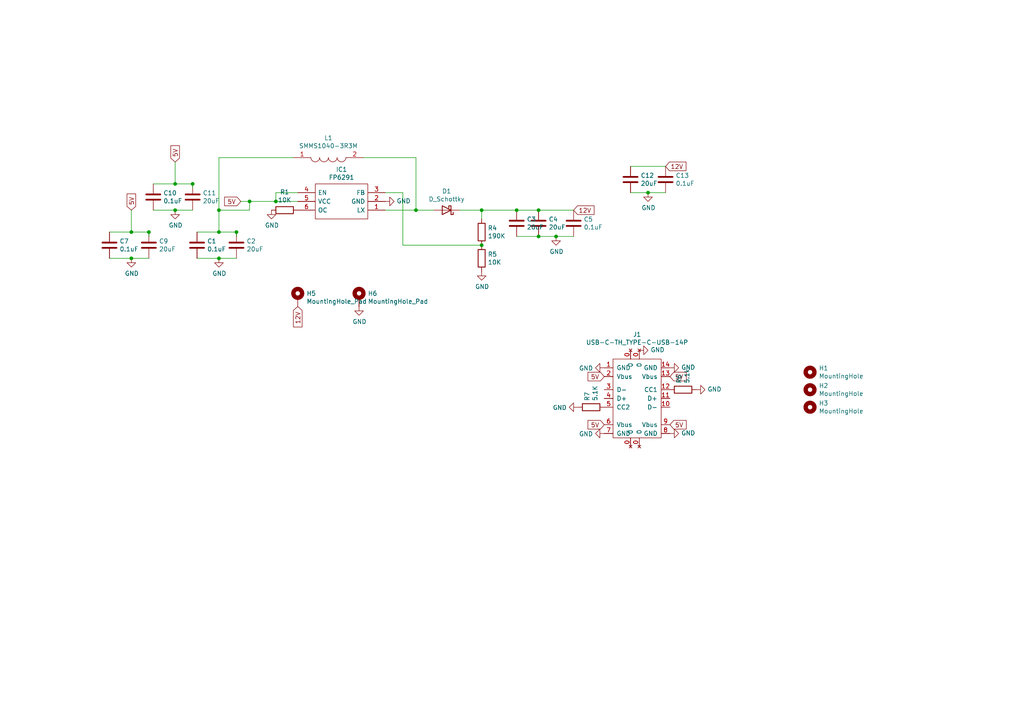
<source format=kicad_sch>
(kicad_sch (version 20211123) (generator eeschema)
  (paper "A4")
  (lib_symbols
    (symbol "Device:C" (pin_numbers hide) (pin_names (offset 0.254))
      (property "Reference" "C" (at 0.635 2.54 0))
      (property "Value" "C" (at 0.635 -2.54 0))
      (symbol "C_0_1"
        (polyline (pts (xy -2.032 -0.762) (xy 2.032 -0.762)) (stroke (width 0.508)))
        (polyline (pts (xy -2.032 0.762) (xy 2.032 0.762)) (stroke (width 0.508)))
      )
      (symbol "C_1_1"
        (pin passive line (at 0 3.81 270) (length 2.794) (name "~") (number "1"))
        (pin passive line (at 0 -3.81 90) (length 2.794) (name "~") (number "2"))
      )
    )
    (symbol "Device:D_Schottky" (pin_numbers hide) (pin_names (offset 1.016) hide)
      (property "Reference" "D" (at 0 2.54 0))
      (property "Value" "D_Schottky" (at 0 -2.54 0))
      (symbol "D_Schottky_0_1"
        (polyline (pts (xy 1.27 0) (xy -1.27 0)))
        (polyline (pts (xy 1.27 1.27) (xy 1.27 -1.27) (xy -1.27 0) (xy 1.27 1.27)) (stroke (width 0.254)))
        (polyline (pts (xy -1.905 0.635) (xy -1.905 1.27) (xy -1.27 1.27) (xy -1.27 -1.27) (xy -0.635 -1.27) (xy -0.635 -0.635)) (stroke (width 0.254)))
      )
      (symbol "D_Schottky_1_1"
        (pin passive line (at -3.81 0 0) (length 2.54) (name "K") (number "1"))
        (pin passive line (at 3.81 0 180) (length 2.54) (name "A") (number "2"))
      )
    )
    (symbol "Device:R" (pin_numbers hide) (pin_names (offset 0))
      (property "Reference" "R" (at 2.032 0 90))
      (property "Value" "R" (at 0 0 90))
      (symbol "R_0_1"
        (rectangle (start -1.016 -2.54) (end 1.016 2.54) (stroke (width 0.254)))
      )
      (symbol "R_1_1"
        (pin passive line (at 0 3.81 270) (length 1.27) (name "~") (number "1"))
        (pin passive line (at 0 -3.81 90) (length 1.27) (name "~") (number "2"))
      )
    )
    (symbol "Mechanical:MountingHole" (pin_names (offset 1.016))
      (property "Reference" "H" (at 0 5.08 0))
      (property "Value" "MountingHole" (at 0 3.175 0))
      (symbol "MountingHole_0_1"
        (circle (center 0 0) (radius 1.27) (stroke (width 1.27)))
      )
    )
    (symbol "Mechanical:MountingHole_Pad" (pin_numbers hide) (pin_names (offset 1.016) hide)
      (property "Reference" "H" (at 0 6.35 0))
      (property "Value" "MountingHole_Pad" (at 0 4.445 0))
      (symbol "MountingHole_Pad_0_1"
        (circle (center 0 1.27) (radius 1.27) (stroke (width 1.27)))
      )
      (symbol "MountingHole_Pad_1_1"
        (pin input line (at 0 -2.54 90) (length 2.54) (name "1") (number "1"))
      )
    )
    (symbol "Pump-PCB-rescue:FP6291-SamacSys_Parts" (pin_names (offset 0.762))
      (property "Reference" "IC" (at 21.59 7.62 0))
      (property "Value" "FP6291-SamacSys_Parts" (at 21.59 5.08 0))
      (symbol "FP6291-SamacSys_Parts_0_0"
        (pin passive line (at 0 0 0) (length 5.08) (name "LX") (number "1"))
        (pin passive line (at 0 -2.54 0) (length 5.08) (name "GND") (number "2"))
        (pin passive line (at 0 -5.08 0) (length 5.08) (name "FB") (number "3"))
        (pin passive line (at 25.4 -5.08 180) (length 5.08) (name "EN") (number "4"))
        (pin passive line (at 25.4 -2.54 180) (length 5.08) (name "VCC") (number "5"))
        (pin passive line (at 25.4 0 180) (length 5.08) (name "OC") (number "6"))
      )
      (symbol "FP6291-SamacSys_Parts_0_1"
        (polyline (pts (xy 5.08 2.54) (xy 20.32 2.54) (xy 20.32 -7.62) (xy 5.08 -7.62) (xy 5.08 2.54)) (stroke (width 0.1524)))
      )
    )
    (symbol "Pump-PCB-rescue:SMMS1040-3R3M-SamacSys_Parts" (pin_names (offset 0.762))
      (property "Reference" "L" (at 16.51 6.35 0))
      (property "Value" "SMMS1040-3R3M-SamacSys_Parts" (at 16.51 3.81 0))
      (symbol "SMMS1040-3R3M-SamacSys_Parts_0_0"
        (pin passive line (at 0 0 0) (length 5.08) (name "~") (number "1"))
        (pin passive line (at 20.32 0 180) (length 5.08) (name "~") (number "2"))
      )
      (symbol "SMMS1040-3R3M-SamacSys_Parts_0_1"
        (arc (start 5.08 0) (mid 6.35 -1.3218) (end 7.62 0) (stroke (width 0.1524)))
        (arc (start 7.62 0) (mid 8.89 -1.3218) (end 10.16 0) (stroke (width 0.1524)))
        (arc (start 10.16 0) (mid 11.43 -1.3218) (end 12.7 0) (stroke (width 0.1524)))
        (arc (start 12.7 0) (mid 13.97 -1.3218) (end 15.24 0) (stroke (width 0.1524)))
      )
    )
    (symbol "SamacSys_Parts.lib:USB-C-TH_TYPE-C-USB-14P" (pin_names (offset 1.016))
      (property "Reference" "J" (at 0 0 0))
      (property "Value" "USB-C-TH_TYPE-C-USB-14P" (at 0 0 0))
      (symbol "USB-C-TH_TYPE-C-USB-14P_0_1"
        (rectangle (start -3.81 -2.54) (end 10.16 -25.4))
      )
      (symbol "USB-C-TH_TYPE-C-USB-14P_1_1"
        (pin no_connect line (at 1.27 -27.94 90) (length 2.54) (name "0") (number "0"))
        (pin no_connect line (at 1.27 0 270) (length 2.54) (name "0") (number "0"))
        (pin no_connect line (at 3.81 -27.94 90) (length 2.54) (name "0") (number "0"))
        (pin no_connect line (at 3.81 0 270) (length 2.54) (name "0") (number "0"))
        (pin power_out line (at -6.35 -5.08 0) (length 2.54) (name "GND") (number "1"))
        (pin bidirectional line (at 12.7 -16.51 180) (length 2.54) (name "D-") (number "10"))
        (pin bidirectional line (at 12.7 -13.97 180) (length 2.54) (name "D+") (number "11"))
        (pin bidirectional line (at 12.7 -11.43 180) (length 2.54) (name "CC1") (number "12"))
        (pin power_out line (at 12.7 -7.62 180) (length 2.54) (name "Vbus") (number "13"))
        (pin power_out line (at 12.7 -5.08 180) (length 2.54) (name "GND") (number "14"))
        (pin power_out line (at -6.35 -7.62 0) (length 2.54) (name "Vbus") (number "2"))
        (pin bidirectional line (at -6.35 -11.43 0) (length 2.54) (name "D-") (number "3"))
        (pin bidirectional line (at -6.35 -13.97 0) (length 2.54) (name "D+") (number "4"))
        (pin bidirectional line (at -6.35 -16.51 0) (length 2.54) (name "CC2") (number "5"))
        (pin power_out line (at -6.35 -21.59 0) (length 2.54) (name "Vbus") (number "6"))
        (pin power_out line (at -6.35 -24.13 0) (length 2.54) (name "GND") (number "7"))
        (pin power_out line (at 12.7 -24.13 180) (length 2.54) (name "GND") (number "8"))
        (pin power_out line (at 12.7 -21.59 180) (length 2.54) (name "Vbus") (number "9"))
      )
    )
    (symbol "power:GND" (power) (pin_names (offset 0))
      (property "Value" "GND" (at 0 -3.81 0))
      (symbol "GND_0_1"
        (polyline (pts (xy 0 0) (xy 0 -1.27) (xy 1.27 -1.27) (xy 0 -2.54) (xy -1.27 -1.27) (xy 0 -1.27)))
      )
      (symbol "GND_1_1"
        (pin power_in line (at 0 0 270) (length 0) hide (name "GND") (number "1"))
      )
    )
  )
  (junction (at 63.5 74.93))
  (junction (at 63.5 67.31))
  (junction (at 156.21 60.96))
  (junction (at 68.58 67.31))
  (junction (at 50.8 53.34))
  (junction (at 50.8 60.96))
  (junction (at 120.65 60.96))
  (junction (at 187.96 55.88))
  (junction (at 161.29 68.58))
  (junction (at 72.39 58.42))
  (junction (at 55.88 53.34))
  (junction (at 63.5 60.96))
  (junction (at 80.01 58.42))
  (junction (at 38.1 67.31))
  (junction (at 149.86 60.96))
  (junction (at 156.21 68.58))
  (junction (at 139.7 60.96))
  (junction (at 43.18 67.31))
  (junction (at 38.1 74.93))
  (junction (at 139.7 71.12))
  (wire (pts (xy 55.88 54.61) (xy 55.88 53.34)))
  (wire (pts (xy 38.1 60.96) (xy 38.1 67.31)))
  (wire (pts (xy 116.84 55.88) (xy 111.76 55.88)))
  (wire (pts (xy 149.86 68.58) (xy 156.21 68.58)))
  (wire (pts (xy 139.7 71.12) (xy 116.84 71.12)))
  (wire (pts (xy 38.1 67.31) (xy 43.18 67.31)))
  (wire (pts (xy 50.8 60.96) (xy 44.45 60.96)))
  (wire (pts (xy 63.5 60.96) (xy 72.39 60.96)))
  (wire (pts (xy 57.15 67.31) (xy 63.5 67.31)))
  (wire (pts (xy 50.8 46.99) (xy 50.8 53.34)))
  (wire (pts (xy 72.39 58.42) (xy 69.85 58.42)))
  (wire (pts (xy 139.7 60.96) (xy 133.35 60.96)))
  (wire (pts (xy 43.18 74.93) (xy 38.1 74.93)))
  (wire (pts (xy 139.7 60.96) (xy 149.86 60.96)))
  (wire (pts (xy 139.7 63.5) (xy 139.7 60.96)))
  (wire (pts (xy 120.65 45.72) (xy 120.65 60.96)))
  (wire (pts (xy 55.88 60.96) (xy 50.8 60.96)))
  (wire (pts (xy 38.1 74.93) (xy 31.75 74.93)))
  (wire (pts (xy 149.86 60.96) (xy 156.21 60.96)))
  (wire (pts (xy 182.88 55.88) (xy 187.96 55.88)))
  (wire (pts (xy 125.73 60.96) (xy 120.65 60.96)))
  (wire (pts (xy 182.88 48.26) (xy 193.04 48.26)))
  (wire (pts (xy 86.36 58.42) (xy 80.01 58.42)))
  (wire (pts (xy 68.58 68.58) (xy 68.58 67.31)))
  (wire (pts (xy 31.75 67.31) (xy 38.1 67.31)))
  (wire (pts (xy 156.21 68.58) (xy 161.29 68.58)))
  (wire (pts (xy 156.21 60.96) (xy 166.37 60.96)))
  (wire (pts (xy 44.45 53.34) (xy 50.8 53.34)))
  (wire (pts (xy 63.5 60.96) (xy 63.5 67.31)))
  (wire (pts (xy 43.18 68.58) (xy 43.18 67.31)))
  (wire (pts (xy 86.36 55.88) (xy 80.01 55.88)))
  (wire (pts (xy 63.5 74.93) (xy 57.15 74.93)))
  (wire (pts (xy 120.65 60.96) (xy 111.76 60.96)))
  (wire (pts (xy 72.39 60.96) (xy 72.39 58.42)))
  (wire (pts (xy 85.09 45.72) (xy 63.5 45.72)))
  (wire (pts (xy 63.5 45.72) (xy 63.5 60.96)))
  (wire (pts (xy 63.5 67.31) (xy 68.58 67.31)))
  (wire (pts (xy 105.41 45.72) (xy 120.65 45.72)))
  (wire (pts (xy 80.01 58.42) (xy 72.39 58.42)))
  (wire (pts (xy 187.96 55.88) (xy 193.04 55.88)))
  (wire (pts (xy 116.84 71.12) (xy 116.84 55.88)))
  (wire (pts (xy 68.58 74.93) (xy 63.5 74.93)))
  (wire (pts (xy 161.29 68.58) (xy 166.37 68.58)))
  (wire (pts (xy 80.01 58.42) (xy 80.01 55.88)))
  (wire (pts (xy 50.8 53.34) (xy 55.88 53.34)))
  (global_label "5V" (shape input) (at 38.1 60.96 90) (property "Intersheet References" "${INTERSHEET_REFS}" (effects hide)))
  (global_label "5V" (shape input) (at 194.31 109.22 0) (property "Intersheet References" "${INTERSHEET_REFS}" (effects hide)))
  (global_label "5V" (shape input) (at 175.26 123.19 180) (property "Intersheet References" "${INTERSHEET_REFS}" (effects hide)))
  (global_label "12V" (shape input) (at 86.36 88.9 270) (property "Intersheet References" "${INTERSHEET_REFS}" (effects hide)))
  (global_label "5V" (shape input) (at 194.31 123.19 0) (property "Intersheet References" "${INTERSHEET_REFS}" (effects hide)))
  (global_label "5V" (shape input) (at 50.8 46.99 90) (property "Intersheet References" "${INTERSHEET_REFS}" (effects hide)))
  (global_label "12V" (shape input) (at 193.04 48.26 0) (property "Intersheet References" "${INTERSHEET_REFS}" (effects hide)))
  (global_label "12V" (shape input) (at 166.37 60.96 0) (property "Intersheet References" "${INTERSHEET_REFS}" (effects hide)))
  (global_label "5V" (shape input) (at 175.26 109.22 180) (property "Intersheet References" "${INTERSHEET_REFS}" (effects hide)))
  (global_label "5V" (shape input) (at 69.85 58.42 180) (property "Intersheet References" "${INTERSHEET_REFS}" (effects hide)))
  (symbol (lib_id "Pump-PCB-rescue:FP6291-SamacSys_Parts") (at 111.76 60.96 180) (unit 1)
    (property "Reference" "IC1" (at 99.06 49.149 0))
    (property "Value" "FP6291" (at 99.06 51.4604 0))
    (property "Footprint" "SOT95P280X145-6N" (effects hide))
    (property "Datasheet" "https://www.sunrom.com/get/212221" (effects hide))
    (property "Description" "sot23-6l" (effects hide))
    (property "Height" "1.45" (effects hide))
    (property "Manufacturer_Name" "Macroblock" (effects hide))
    (property "Manufacturer_Part_Number" "FP6291" (effects hide))
    (property "LCSC Part" "C18701" (effects hide))
  )
  (symbol (lib_id "Device:C") (at 68.58 71.12 0) (unit 1)
    (property "Reference" "C2" (at 71.501 69.9516 0) (effects (justify left)))
    (property "Value" "20uF" (at 71.501 72.263 0) (effects (justify left)))
    (property "Footprint" "Capacitor_SMD:C_0805_2012Metric_Pad1.15x1.40mm_HandSolder" (effects hide))
    (property "LCSC Part" "C45783" (effects hide))
  )
  (symbol (lib_id "Device:C") (at 57.15 71.12 0) (unit 1)
    (property "Reference" "C1" (at 60.071 69.9516 0) (effects (justify left)))
    (property "Value" "0.1uF" (at 60.071 72.263 0) (effects (justify left)))
    (property "Footprint" "Capacitor_SMD:C_0603_1608Metric" (effects hide))
    (property "LCSC Part" " C14663" (effects hide))
  )
  (symbol (lib_id "Device:R") (at 82.55 60.96 270) (unit 1)
    (property "Reference" "R1" (at 82.55 55.7022 90))
    (property "Value" "10K" (at 82.55 58.0136 90))
    (property "Footprint" "Resistor_SMD:R_0402_1005Metric" (effects hide))
    (property "LCSC Part" " C25744" (effects hide))
  )
  (symbol (lib_id "power:GND") (at 78.74 60.96 0) (unit 1)
    (property "Reference" "#PWR0101" (effects hide))
    (property "Value" "GND" (at 78.867 65.3542 0))
  )
  (symbol (lib_id "power:GND") (at 63.5 74.93 0) (unit 1)
    (property "Reference" "#PWR0102" (effects hide))
    (property "Value" "GND" (at 63.627 79.3242 0))
  )
  (symbol (lib_id "Pump-PCB-rescue:SMMS1040-3R3M-SamacSys_Parts") (at 85.09 45.72 0) (unit 1)
    (property "Reference" "L1" (at 95.25 40.005 0))
    (property "Value" "SMMS1040-3R3M" (at 95.25 42.3164 0))
    (property "Footprint" "INDPM115100X400N" (effects hide))
    (property "Datasheet" "https://datasheet.lcsc.com/szlcsc/1810010909_SXN-Shun-Xiang-Nuo-Elec-SMMS1040-3R3M_C149592.pdf" (effects hide))
    (property "Description" "MOLDING POWER INDUCTOR" (effects hide))
    (property "Height" "4" (effects hide))
    (property "Manufacturer_Name" "SXN(Shun Xiang Nuo Elec)" (effects hide))
    (property "Manufacturer_Part_Number" "SMMS1040-3R3M" (effects hide))
    (property "LCSC Part" " C149592" (effects hide))
  )
  (symbol (lib_id "power:GND") (at 111.76 58.42 90) (unit 1)
    (property "Reference" "#PWR0103" (effects hide))
    (property "Value" "GND" (at 115.0112 58.293 90) (effects (justify right)))
  )
  (symbol (lib_id "Device:R") (at 139.7 67.31 180) (unit 1)
    (property "Reference" "R4" (at 141.478 66.1416 0) (effects (justify right)))
    (property "Value" "190K" (at 141.478 68.453 0) (effects (justify right)))
    (property "Footprint" "Resistor_SMD:R_0603_1608Metric" (effects hide))
    (property "LCSC Part" " C22932" (effects hide))
  )
  (symbol (lib_id "Device:R") (at 139.7 74.93 180) (unit 1)
    (property "Reference" "R5" (at 141.478 73.7616 0) (effects (justify right)))
    (property "Value" "10K" (at 141.478 76.073 0) (effects (justify right)))
    (property "Footprint" "Resistor_SMD:R_0402_1005Metric" (effects hide))
    (property "LCSC Part" " C25744" (effects hide))
  )
  (symbol (lib_id "Device:D_Schottky") (at 129.54 60.96 180) (unit 1)
    (property "Reference" "D1" (at 129.54 55.4482 0))
    (property "Value" "D_Schottky" (at 129.54 57.7596 0))
    (property "Footprint" "Diode_SMD:D_SMA" (effects hide))
    (property "Datasheet" "SMA340A" (effects hide))
    (property "LCSC Part" " C383313" (effects hide))
  )
  (symbol (lib_id "power:GND") (at 139.7 78.74 0) (unit 1)
    (property "Reference" "#PWR0104" (effects hide))
    (property "Value" "GND" (at 139.827 83.1342 0))
  )
  (symbol (lib_id "Device:C") (at 156.21 64.77 0) (unit 1)
    (property "Reference" "C4" (at 159.131 63.6016 0) (effects (justify left)))
    (property "Value" "20uF" (at 159.131 65.913 0) (effects (justify left)))
    (property "Footprint" "Capacitor_SMD:C_0805_2012Metric_Pad1.15x1.40mm_HandSolder" (effects hide))
    (property "LCSC Part" "C45783" (effects hide))
  )
  (symbol (lib_id "Device:C") (at 166.37 64.77 0) (unit 1)
    (property "Reference" "C5" (at 169.291 63.6016 0) (effects (justify left)))
    (property "Value" "0.1uF" (at 169.291 65.913 0) (effects (justify left)))
    (property "Footprint" "Capacitor_SMD:C_0603_1608Metric" (effects hide))
    (property "LCSC Part" " C14663" (effects hide))
  )
  (symbol (lib_id "power:GND") (at 161.29 68.58 0) (unit 1)
    (property "Reference" "#PWR0105" (effects hide))
    (property "Value" "GND" (at 161.417 72.9742 0))
  )
  (symbol (lib_id "Device:C") (at 149.86 64.77 0) (unit 1)
    (property "Reference" "C3" (at 152.781 63.6016 0) (effects (justify left)))
    (property "Value" "20uF" (at 152.781 65.913 0) (effects (justify left)))
    (property "Footprint" "Capacitor_SMD:C_0805_2012Metric_Pad1.15x1.40mm_HandSolder" (effects hide))
    (property "LCSC Part" "C45783" (effects hide))
  )
  (symbol (lib_id "Device:C") (at 43.18 71.12 0) (unit 1)
    (property "Reference" "C9" (at 46.101 69.9516 0) (effects (justify left)))
    (property "Value" "20uF" (at 46.101 72.263 0) (effects (justify left)))
    (property "Footprint" "Capacitor_SMD:C_0805_2012Metric_Pad1.15x1.40mm_HandSolder" (effects hide))
    (property "LCSC Part" "C45783" (effects hide))
  )
  (symbol (lib_id "Device:C") (at 31.75 71.12 0) (unit 1)
    (property "Reference" "C7" (at 34.671 69.9516 0) (effects (justify left)))
    (property "Value" "0.1uF" (at 34.671 72.263 0) (effects (justify left)))
    (property "Footprint" "Capacitor_SMD:C_0603_1608Metric" (effects hide))
    (property "LCSC Part" " C14663" (effects hide))
  )
  (symbol (lib_id "power:GND") (at 38.1 74.93 0) (unit 1)
    (property "Reference" "#PWR0128" (effects hide))
    (property "Value" "GND" (at 38.227 79.3242 0))
  )
  (symbol (lib_id "Device:C") (at 55.88 57.15 0) (unit 1)
    (property "Reference" "C11" (at 58.801 55.9816 0) (effects (justify left)))
    (property "Value" "20uF" (at 58.801 58.293 0) (effects (justify left)))
    (property "Footprint" "Capacitor_SMD:C_0805_2012Metric_Pad1.15x1.40mm_HandSolder" (effects hide))
    (property "LCSC Part" "C45783" (effects hide))
  )
  (symbol (lib_id "Device:C") (at 44.45 57.15 0) (unit 1)
    (property "Reference" "C10" (at 47.371 55.9816 0) (effects (justify left)))
    (property "Value" "0.1uF" (at 47.371 58.293 0) (effects (justify left)))
    (property "Footprint" "Capacitor_SMD:C_0603_1608Metric" (effects hide))
    (property "LCSC Part" " C14663" (effects hide))
  )
  (symbol (lib_id "power:GND") (at 50.8 60.96 0) (unit 1)
    (property "Reference" "#PWR0129" (effects hide))
    (property "Value" "GND" (at 50.927 65.3542 0))
  )
  (symbol (lib_id "Device:C") (at 182.88 52.07 0) (unit 1)
    (property "Reference" "C12" (at 185.801 50.9016 0) (effects (justify left)))
    (property "Value" "20uF" (at 185.801 53.213 0) (effects (justify left)))
    (property "Footprint" "Capacitor_SMD:C_0805_2012Metric_Pad1.15x1.40mm_HandSolder" (effects hide))
    (property "LCSC Part" "C45783" (effects hide))
  )
  (symbol (lib_id "Device:C") (at 193.04 52.07 0) (unit 1)
    (property "Reference" "C13" (at 195.961 50.9016 0) (effects (justify left)))
    (property "Value" "0.1uF" (at 195.961 53.213 0) (effects (justify left)))
    (property "Footprint" "Capacitor_SMD:C_0603_1608Metric" (effects hide))
    (property "LCSC Part" " C14663" (effects hide))
  )
  (symbol (lib_id "power:GND") (at 187.96 55.88 0) (unit 1)
    (property "Reference" "#PWR0131" (effects hide))
    (property "Value" "GND" (at 188.087 60.2742 0))
  )
  (symbol (lib_id "Mechanical:MountingHole_Pad") (at 104.14 86.36 0) (unit 1)
    (property "Reference" "H6" (at 106.68 85.1154 0) (effects (justify left)))
    (property "Value" "MountingHole_Pad" (at 106.68 87.4268 0) (effects (justify left)))
    (property "Footprint" "MountingHole:MountingHole_3.7mm_Pad" (effects hide))
  )
  (symbol (lib_id "Mechanical:MountingHole_Pad") (at 86.36 86.36 0) (unit 1)
    (property "Reference" "H5" (at 88.9 85.1154 0) (effects (justify left)))
    (property "Value" "MountingHole_Pad" (at 88.9 87.4268 0) (effects (justify left)))
    (property "Footprint" "MountingHole:MountingHole_3.7mm_Pad" (effects hide))
  )
  (symbol (lib_id "power:GND") (at 104.14 88.9 0) (unit 1)
    (property "Reference" "#PWR0110" (effects hide))
    (property "Value" "GND" (at 104.267 93.2942 0))
  )
  (symbol (lib_id "Mechanical:MountingHole") (at 234.95 118.11 0) (unit 1)
    (property "Reference" "H3" (at 237.49 116.9416 0) (effects (justify left)))
    (property "Value" "MountingHole" (at 237.49 119.253 0) (effects (justify left)))
    (property "Footprint" "MountingHole:MountingHole_2.2mm_M2_Pad" (effects hide))
  )
  (symbol (lib_id "Mechanical:MountingHole") (at 234.95 113.03 0) (unit 1)
    (property "Reference" "H2" (at 237.49 111.8616 0) (effects (justify left)))
    (property "Value" "MountingHole" (at 237.49 114.173 0) (effects (justify left)))
    (property "Footprint" "MountingHole:MountingHole_2.2mm_M2_Pad" (effects hide))
  )
  (symbol (lib_id "Mechanical:MountingHole") (at 234.95 107.95 0) (unit 1)
    (property "Reference" "H1" (at 237.49 106.7816 0) (effects (justify left)))
    (property "Value" "MountingHole" (at 237.49 109.093 0) (effects (justify left)))
    (property "Footprint" "MountingHole:MountingHole_2.2mm_M2_Pad" (effects hide))
  )
  (symbol (lib_id "power:GND") (at 194.31 106.68 90) (unit 1)
    (property "Reference" "#PWR0111" (effects hide))
    (property "Value" "GND" (at 197.5612 106.553 90) (effects (justify right)))
  )
  (symbol (lib_id "power:GND") (at 175.26 106.68 270) (unit 1)
    (property "Reference" "#PWR0112" (effects hide))
    (property "Value" "GND" (at 172.0088 106.807 90) (effects (justify right)))
  )
  (symbol (lib_id "power:GND") (at 194.31 125.73 90) (unit 1)
    (property "Reference" "#PWR0113" (effects hide))
    (property "Value" "GND" (at 197.5612 125.603 90) (effects (justify right)))
  )
  (symbol (lib_id "power:GND") (at 175.26 125.73 270) (unit 1)
    (property "Reference" "#PWR0114" (effects hide))
    (property "Value" "GND" (at 172.0088 125.857 90) (effects (justify right)))
  )
  (symbol (lib_id "Device:R") (at 198.12 113.03 270) (unit 1)
    (property "Reference" "R6" (at 196.9516 111.252 0) (effects (justify right)))
    (property "Value" "5.1k" (at 199.263 111.252 0) (effects (justify right)))
    (property "Footprint" "Resistor_SMD:R_0402_1005Metric" (effects hide))
    (property "LCSC Part" "C25905" (effects hide))
  )
  (symbol (lib_id "power:GND") (at 201.93 113.03 90) (unit 1)
    (property "Reference" "#PWR0115" (effects hide))
    (property "Value" "GND" (at 205.1812 112.903 90) (effects (justify right)))
  )
  (symbol (lib_id "Device:R") (at 171.45 118.11 270) (unit 1)
    (property "Reference" "R7" (at 170.2816 116.332 0) (effects (justify right)))
    (property "Value" "5.1K" (at 172.593 116.332 0) (effects (justify right)))
    (property "Footprint" "Resistor_SMD:R_0402_1005Metric" (effects hide))
    (property "LCSC Part" "C25905" (effects hide))
  )
  (symbol (lib_id "power:GND") (at 167.64 118.11 270) (unit 1)
    (property "Reference" "#PWR0116" (effects hide))
    (property "Value" "GND" (at 164.3888 118.237 90) (effects (justify right)))
  )
  (symbol (lib_id "SamacSys_Parts.lib:USB-C-TH_TYPE-C-USB-14P") (at 181.61 101.6 0) (unit 1)
    (property "Reference" "J1" (at 184.785 97.0026 0))
    (property "Value" "USB-C-TH_TYPE-C-USB-14P" (at 184.785 99.314 0))
    (property "Footprint" "easyeda2kicad:USB-C-TH_TYPE-C-USB-14P" (effects hide))
  )
  (symbol (lib_id "power:GND") (at 185.42 101.6 90) (unit 1)
    (property "Reference" "#PWR0106" (effects hide))
    (property "Value" "GND" (at 188.6712 101.473 90) (effects (justify right)))
  )
)
</source>
